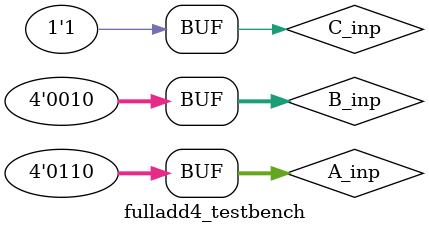
<source format=v>
`timescale 1ns / 1ps


module fulladd4_testbench;

	// Inputs
	reg [3:0] A_inp;
	reg [3:0] B_inp;
	reg C_inp;

	// Outputs
	wire [3:0] S_op;
	//wire C_op;

	// Instantiate the Unit Under Test (UUT)
	fulladd4 uut (
		.A_inp(A_inp[3:0]), 
		.B_inp(B_inp[3:0]), 
		.C_inp(C_inp), 
		.S_op(S_op[3:0])
		//.C_op(C_op)
	);

	initial begin
		// Initialize Inputs
		A_inp = 0;
		B_inp = 0;
		C_inp = 0;

		// Wait 100 ns for global reset to finish
		#100;
		
		//Test Subtraction (15 - 10)
		A_inp = 15;
		B_inp = 5;
		C_inp = 1;
		
		#100;
		
		//Test Addition w/ Carry Out (8 + 8)
		A_inp = 8;
		B_inp = 8;
		C_inp = 0;
		
		#100;
		
		//Test Addition w/o Carry Out (5 + 4)
		A_inp = 5;
		B_inp = 4;
		
		#100;
		
		//Test Addition w/ Carry In (6 + 2 + 1)
		A_inp = 6;
		B_inp = 2;
		C_inp = 1;
		
		#100;
        
		// Add stimulus here

	end
      
endmodule


</source>
